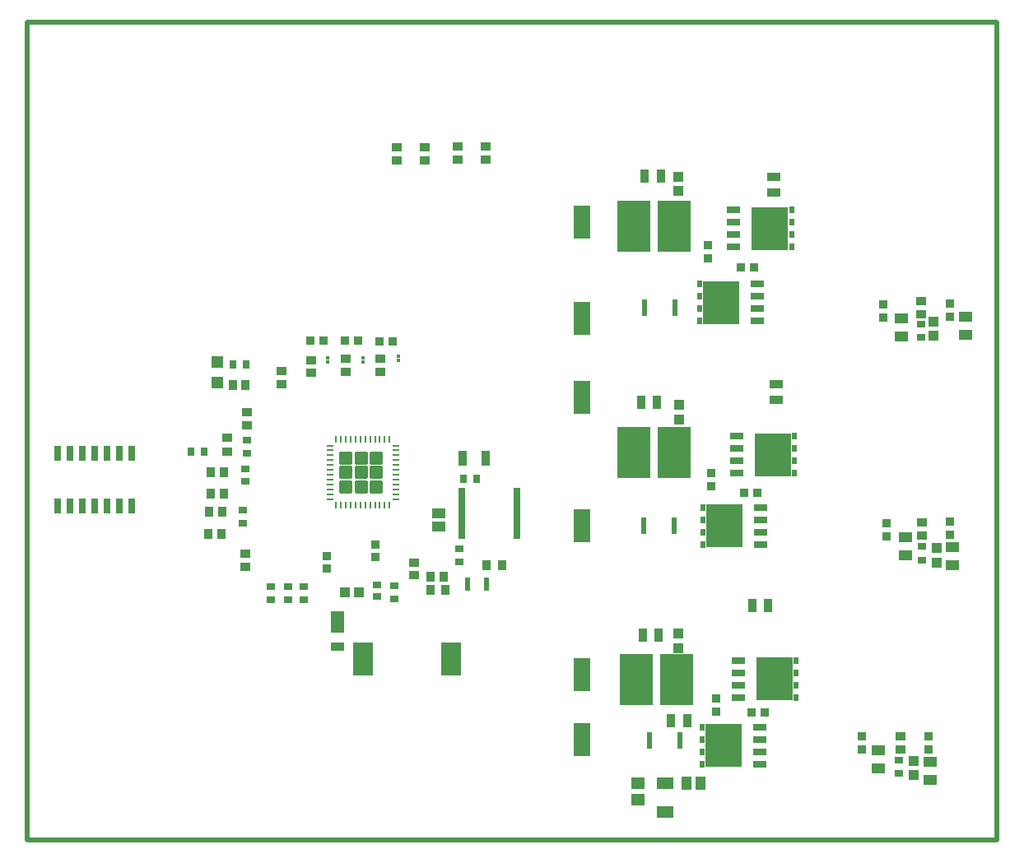
<source format=gtp>
G04*
G04 #@! TF.GenerationSoftware,Altium Limited,Altium Designer,19.1.8 (144)*
G04*
G04 Layer_Color=8421504*
%FSLAX25Y25*%
%MOIN*%
G70*
G01*
G75*
%ADD13C,0.01000*%
%ADD14C,0.01968*%
G04:AMPARAMS|DCode=15|XSize=50.39mil|YSize=53.94mil|CornerRadius=2.02mil|HoleSize=0mil|Usage=FLASHONLY|Rotation=270.000|XOffset=0mil|YOffset=0mil|HoleType=Round|Shape=RoundedRectangle|*
%AMROUNDEDRECTD15*
21,1,0.05039,0.04991,0,0,270.0*
21,1,0.04636,0.05394,0,0,270.0*
1,1,0.00403,-0.02495,-0.02318*
1,1,0.00403,-0.02495,0.02318*
1,1,0.00403,0.02495,0.02318*
1,1,0.00403,0.02495,-0.02318*
%
%ADD15ROUNDEDRECTD15*%
%ADD16R,0.02953X0.20866*%
%ADD17R,0.07008X0.13504*%
%ADD18R,0.05709X0.04724*%
%ADD19R,0.07087X0.04528*%
%ADD20R,0.15158X0.17795*%
%ADD21R,0.02323X0.02795*%
%ADD22R,0.05402X0.02795*%
%ADD23R,0.02165X0.06693*%
%ADD24R,0.03937X0.04134*%
%ADD25R,0.03347X0.03740*%
%ADD26R,0.04134X0.03543*%
%ADD27R,0.07874X0.13780*%
%ADD28R,0.05512X0.08661*%
%ADD29R,0.05512X0.03543*%
%ADD30R,0.03937X0.04331*%
%ADD31R,0.03543X0.02756*%
%ADD32R,0.03543X0.03347*%
%ADD33R,0.03937X0.03543*%
%ADD34R,0.03150X0.03740*%
%ADD35R,0.03740X0.03150*%
%ADD36R,0.03347X0.05315*%
%ADD37R,0.03937X0.05315*%
%ADD38R,0.13819X0.20984*%
%ADD39R,0.05315X0.03347*%
%ADD40R,0.04724X0.04724*%
%ADD41R,0.03543X0.03937*%
%ADD42R,0.03543X0.04134*%
%ADD43R,0.05709X0.04134*%
%ADD44R,0.03740X0.03347*%
%ADD45R,0.03740X0.06102*%
%ADD46R,0.05315X0.04331*%
%ADD47R,0.02165X0.05315*%
%ADD48R,0.03740X0.04134*%
%ADD49R,0.03347X0.02756*%
%ADD50R,0.01772X0.01378*%
%ADD51R,0.02559X0.06004*%
G04:AMPARAMS|DCode=52|XSize=9.45mil|YSize=23.62mil|CornerRadius=1.98mil|HoleSize=0mil|Usage=FLASHONLY|Rotation=270.000|XOffset=0mil|YOffset=0mil|HoleType=Round|Shape=RoundedRectangle|*
%AMROUNDEDRECTD52*
21,1,0.00945,0.01965,0,0,270.0*
21,1,0.00548,0.02362,0,0,270.0*
1,1,0.00397,-0.00983,-0.00274*
1,1,0.00397,-0.00983,0.00274*
1,1,0.00397,0.00983,0.00274*
1,1,0.00397,0.00983,-0.00274*
%
%ADD52ROUNDEDRECTD52*%
G04:AMPARAMS|DCode=53|XSize=9.45mil|YSize=23.62mil|CornerRadius=1.98mil|HoleSize=0mil|Usage=FLASHONLY|Rotation=180.000|XOffset=0mil|YOffset=0mil|HoleType=Round|Shape=RoundedRectangle|*
%AMROUNDEDRECTD53*
21,1,0.00945,0.01965,0,0,180.0*
21,1,0.00548,0.02362,0,0,180.0*
1,1,0.00397,-0.00274,0.00983*
1,1,0.00397,0.00274,0.00983*
1,1,0.00397,0.00274,-0.00983*
1,1,0.00397,-0.00274,-0.00983*
%
%ADD53ROUNDEDRECTD53*%
D13*
X28000Y456642D02*
X28051Y456693D01*
D14*
X420866Y125500D02*
Y456626D01*
X28051Y456693D02*
X420933D01*
X28000Y449500D02*
Y456642D01*
X28000Y125500D02*
X420866Y125500D01*
X28000Y449500D02*
X28000Y125500D01*
D15*
X163319Y274500D02*
D03*
Y268673D02*
D03*
Y280327D02*
D03*
X169500D02*
D03*
Y268673D02*
D03*
Y274500D02*
D03*
X157138D02*
D03*
Y280327D02*
D03*
Y268673D02*
D03*
D16*
X204232Y257874D02*
D03*
X226476D02*
D03*
D17*
X252756Y337008D02*
D03*
Y375984D02*
D03*
Y166142D02*
D03*
Y252756D02*
D03*
Y192520D02*
D03*
Y304724D02*
D03*
D18*
X275590Y148622D02*
D03*
Y141929D02*
D03*
D19*
X286417Y148622D02*
D03*
Y136811D02*
D03*
D20*
X310236Y163779D02*
D03*
X309307Y343307D02*
D03*
X328882Y373228D02*
D03*
X330732Y190807D02*
D03*
X330063Y281602D02*
D03*
X310488Y252756D02*
D03*
D21*
X301476Y156280D02*
D03*
Y161279D02*
D03*
Y166279D02*
D03*
Y171280D02*
D03*
X300547Y335807D02*
D03*
Y340807D02*
D03*
Y345807D02*
D03*
Y350807D02*
D03*
X337642Y365728D02*
D03*
Y370728D02*
D03*
Y375728D02*
D03*
Y380728D02*
D03*
X339492Y183307D02*
D03*
Y188307D02*
D03*
Y193307D02*
D03*
Y198307D02*
D03*
X338823Y274102D02*
D03*
Y279102D02*
D03*
Y284102D02*
D03*
Y289102D02*
D03*
X301728Y260256D02*
D03*
Y255256D02*
D03*
Y250256D02*
D03*
Y245256D02*
D03*
D22*
X324827Y171280D02*
D03*
Y166279D02*
D03*
Y161279D02*
D03*
Y156280D02*
D03*
X323898Y350807D02*
D03*
Y345807D02*
D03*
Y340807D02*
D03*
Y335807D02*
D03*
X314291Y380728D02*
D03*
Y375728D02*
D03*
Y370728D02*
D03*
Y365728D02*
D03*
X316142Y198307D02*
D03*
Y193307D02*
D03*
Y188307D02*
D03*
Y183307D02*
D03*
X315472Y289102D02*
D03*
Y284102D02*
D03*
Y279102D02*
D03*
Y274102D02*
D03*
X325079Y245256D02*
D03*
Y250256D02*
D03*
Y255256D02*
D03*
Y260256D02*
D03*
D23*
X292421Y165748D02*
D03*
X280020D02*
D03*
X290059Y252756D02*
D03*
X277658D02*
D03*
X290453Y341339D02*
D03*
X278051D02*
D03*
D24*
X396457Y237992D02*
D03*
Y243898D02*
D03*
X291732Y209252D02*
D03*
Y203346D02*
D03*
X292126Y301772D02*
D03*
Y295866D02*
D03*
X291732Y394291D02*
D03*
Y388386D02*
D03*
X395276Y329724D02*
D03*
Y335630D02*
D03*
X387008Y151772D02*
D03*
Y157677D02*
D03*
D25*
X323917Y266142D02*
D03*
X318602D02*
D03*
X326673Y177165D02*
D03*
X321358D02*
D03*
X322342Y357480D02*
D03*
X317028D02*
D03*
X176157Y327500D02*
D03*
X170843D02*
D03*
X162000Y328000D02*
D03*
X156685D02*
D03*
X148000D02*
D03*
X142685D02*
D03*
D26*
X109000Y288500D02*
D03*
Y282791D02*
D03*
X390551Y254232D02*
D03*
Y248917D02*
D03*
X213681Y401083D02*
D03*
Y406398D02*
D03*
X202461Y401083D02*
D03*
Y406398D02*
D03*
X189075Y400787D02*
D03*
Y406102D02*
D03*
X177657Y400787D02*
D03*
Y406102D02*
D03*
X116500Y241500D02*
D03*
Y236185D02*
D03*
X117000Y293500D02*
D03*
Y298815D02*
D03*
X390158Y343996D02*
D03*
Y338681D02*
D03*
X381890Y167618D02*
D03*
Y162303D02*
D03*
X171000Y315342D02*
D03*
Y320657D02*
D03*
X157000Y315342D02*
D03*
Y320657D02*
D03*
X143000Y314685D02*
D03*
Y320000D02*
D03*
D27*
X199716Y199000D02*
D03*
X164284D02*
D03*
D28*
X153740Y213878D02*
D03*
D29*
Y203839D02*
D03*
D30*
X162500Y225886D02*
D03*
X156791D02*
D03*
D31*
X390551Y238976D02*
D03*
Y244488D02*
D03*
X390158Y329134D02*
D03*
Y334646D02*
D03*
X381102Y152362D02*
D03*
Y157874D02*
D03*
D32*
X149508Y235433D02*
D03*
Y240551D02*
D03*
X169291Y240158D02*
D03*
Y245276D02*
D03*
D33*
X131102Y310236D02*
D03*
Y315551D02*
D03*
X184646Y232874D02*
D03*
Y237992D02*
D03*
D34*
X99815Y283000D02*
D03*
X94500D02*
D03*
X111516Y318110D02*
D03*
X116831D02*
D03*
X204842Y272000D02*
D03*
X210157D02*
D03*
D35*
X140157Y228150D02*
D03*
Y222835D02*
D03*
X133858Y228150D02*
D03*
Y222835D02*
D03*
X126772Y228248D02*
D03*
Y222933D02*
D03*
X115500Y259315D02*
D03*
Y254000D02*
D03*
X116500Y276000D02*
D03*
Y270685D02*
D03*
X117000Y282185D02*
D03*
Y287500D02*
D03*
X203150Y243602D02*
D03*
Y238287D02*
D03*
X176772Y223327D02*
D03*
Y228642D02*
D03*
D36*
X295374Y174016D02*
D03*
X288878D02*
D03*
X283957Y208661D02*
D03*
X277461D02*
D03*
X328248Y220472D02*
D03*
X321752D02*
D03*
X276673Y302756D02*
D03*
X283169D02*
D03*
X278248Y394488D02*
D03*
X284744D02*
D03*
D37*
X300905Y148500D02*
D03*
X295000D02*
D03*
D38*
X274803Y190551D02*
D03*
X291024D02*
D03*
X273819Y282480D02*
D03*
X290039D02*
D03*
X273819Y374311D02*
D03*
X290039D02*
D03*
D39*
X331496Y303839D02*
D03*
Y310335D02*
D03*
X330315Y394193D02*
D03*
Y387697D02*
D03*
D40*
X105000Y310866D02*
D03*
Y319134D02*
D03*
D41*
X111441Y310000D02*
D03*
X116559D02*
D03*
X196653Y232283D02*
D03*
X191535D02*
D03*
X220472Y237008D02*
D03*
X214173D02*
D03*
D42*
X107815Y274500D02*
D03*
X102500D02*
D03*
Y266000D02*
D03*
X107815D02*
D03*
X101500Y249500D02*
D03*
X106815D02*
D03*
X107158Y258500D02*
D03*
X101842D02*
D03*
D43*
X383858Y248130D02*
D03*
Y240846D02*
D03*
X382283Y336713D02*
D03*
Y329429D02*
D03*
X372835Y161909D02*
D03*
Y154626D02*
D03*
X393701Y149902D02*
D03*
Y157185D02*
D03*
X408268Y330217D02*
D03*
Y337500D02*
D03*
X402756Y236910D02*
D03*
Y244193D02*
D03*
D44*
X375984Y248524D02*
D03*
Y253839D02*
D03*
X374803Y337106D02*
D03*
Y342421D02*
D03*
X303937Y366437D02*
D03*
Y361122D02*
D03*
X305118Y274311D02*
D03*
Y268996D02*
D03*
X307257Y182776D02*
D03*
Y177461D02*
D03*
X366142Y162303D02*
D03*
Y167618D02*
D03*
X393307D02*
D03*
Y162303D02*
D03*
X401968Y254626D02*
D03*
Y249311D02*
D03*
Y342815D02*
D03*
Y337500D02*
D03*
D45*
X213681Y280315D02*
D03*
X204429D02*
D03*
D46*
X194882Y257874D02*
D03*
Y252362D02*
D03*
D47*
X206398Y229134D02*
D03*
X214075D02*
D03*
D48*
X191634Y226772D02*
D03*
X197343D02*
D03*
D49*
X169882Y224213D02*
D03*
Y228740D02*
D03*
D50*
X178347Y321457D02*
D03*
Y319882D02*
D03*
X164075Y320866D02*
D03*
Y319291D02*
D03*
X149803Y320768D02*
D03*
Y319193D02*
D03*
D51*
X40500Y260823D02*
D03*
X45500D02*
D03*
X50500D02*
D03*
X55500D02*
D03*
X60500D02*
D03*
X65500D02*
D03*
X70500D02*
D03*
Y282177D02*
D03*
X65500D02*
D03*
X60500D02*
D03*
X55500D02*
D03*
X50500D02*
D03*
X45500D02*
D03*
X40500D02*
D03*
D52*
X177445Y263673D02*
D03*
Y265642D02*
D03*
Y267610D02*
D03*
Y269579D02*
D03*
Y271547D02*
D03*
Y273516D02*
D03*
Y275484D02*
D03*
Y277453D02*
D03*
Y279421D02*
D03*
Y281390D02*
D03*
Y283358D02*
D03*
Y285327D02*
D03*
X150673D02*
D03*
Y283358D02*
D03*
Y281390D02*
D03*
Y279421D02*
D03*
Y277453D02*
D03*
Y275484D02*
D03*
Y273516D02*
D03*
Y271547D02*
D03*
Y269579D02*
D03*
Y267610D02*
D03*
Y265642D02*
D03*
Y263673D02*
D03*
D53*
X174886Y287886D02*
D03*
X172917D02*
D03*
X170949D02*
D03*
X168980D02*
D03*
X167012D02*
D03*
X165043D02*
D03*
X163075D02*
D03*
X161106D02*
D03*
X159138D02*
D03*
X157169D02*
D03*
X155201D02*
D03*
X153232D02*
D03*
Y261114D02*
D03*
X155201D02*
D03*
X157169D02*
D03*
X159138D02*
D03*
X161106D02*
D03*
X163075D02*
D03*
X165043D02*
D03*
X167012D02*
D03*
X168980D02*
D03*
X170949D02*
D03*
X172917D02*
D03*
X174886D02*
D03*
M02*

</source>
